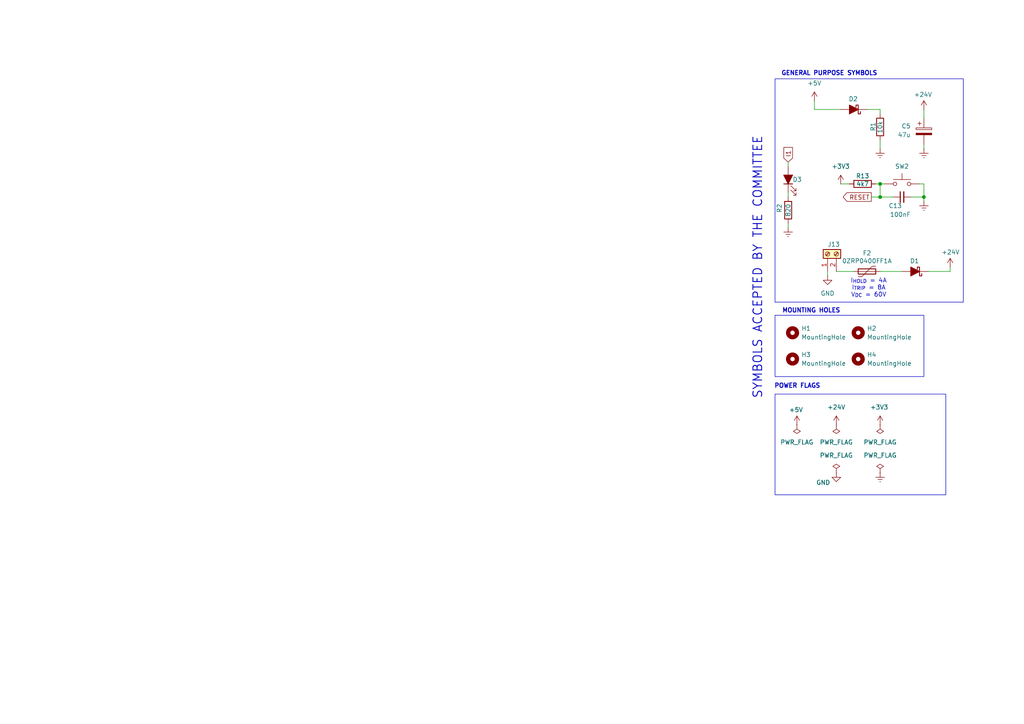
<source format=kicad_sch>
(kicad_sch (version 20250114) (generator "eeschema") (generator_version "9.0")
  (paper "A4")
  (lib_symbols
    (symbol "Connector:Screw_Terminal_01x02" (pin_names (offset 1.016) (hide yes))
      (property "Reference" "J" (at 0 2.54 0))
      (property "Value" "Screw_Terminal_01x02" (at 0 -5.08 0))
      (symbol "Screw_Terminal_01x02_1_1"
        (rectangle (start -1.27 1.27) (end 1.27 -3.81) (stroke (width 0.254)) (fill (type background)))
        (polyline (pts (xy -0.5334 0.3302) (xy 0.3302 -0.508)) (stroke (width 0.1524)))
        (polyline (pts (xy -0.5334 -2.2098) (xy 0.3302 -3.048)) (stroke (width 0.1524)))
        (polyline (pts (xy -0.3556 0.508) (xy 0.508 -0.3302)) (stroke (width 0.1524)))
        (polyline (pts (xy -0.3556 -2.032) (xy 0.508 -2.8702)) (stroke (width 0.1524)))
        (circle (center 0 0) (radius 0.635) (stroke (width 0.1524)))
        (circle (center 0 -2.54) (radius 0.635) (stroke (width 0.1524)))
        (pin passive line (at -5.08 0 0) (length 3.81) (name "Pin_1") (number "1"))
        (pin passive line (at -5.08 -2.54 0) (length 3.81) (name "Pin_2") (number "2"))
      )
    )
    (symbol "Device:C_Polarized" (pin_numbers (hide yes)) (pin_names (offset 0.254))
      (property "Reference" "C" (at 0.635 2.54 0))
      (property "Value" "C_Polarized" (at 0.635 -2.54 0))
      (symbol "C_Polarized_0_1"
        (rectangle (start -2.286 0.508) (end 2.286 1.016))
        (polyline (pts (xy -1.778 2.286) (xy -0.762 2.286)))
        (polyline (pts (xy -1.27 2.794) (xy -1.27 1.778)))
        (rectangle (start 2.286 -0.508) (end -2.286 -1.016) (fill (type outline)))
      )
      (symbol "C_Polarized_1_1"
        (pin passive line (at 0 3.81 270) (length 2.794) (name "~") (number "1"))
        (pin passive line (at 0 -3.81 90) (length 2.794) (name "~") (number "2"))
      )
    )
    (symbol "Device:C_Small" (pin_numbers (hide yes)) (pin_names (offset 0.254) (hide yes))
      (property "Reference" "C" (at 0.254 1.778 0))
      (property "Value" "C_Small" (at 0.254 -2.032 0))
      (symbol "C_Small_0_1"
        (polyline (pts (xy -1.524 0.508) (xy 1.524 0.508)) (stroke (width 0.3048)))
        (polyline (pts (xy -1.524 -0.508) (xy 1.524 -0.508)) (stroke (width 0.3302)))
      )
      (symbol "C_Small_1_1"
        (pin passive line (at 0 2.54 270) (length 2.032) (name "~") (number "1"))
        (pin passive line (at 0 -2.54 90) (length 2.032) (name "~") (number "2"))
      )
    )
    (symbol "Device:D_Schottky_Filled" (pin_numbers (hide yes)) (pin_names (offset 1.016) (hide yes))
      (property "Reference" "D" (at 0 2.54 0))
      (property "Value" "D_Schottky_Filled" (at 0 -2.54 0))
      (symbol "D_Schottky_Filled_0_1"
        (polyline (pts (xy -1.905 0.635) (xy -1.905 1.27) (xy -1.27 1.27) (xy -1.27 -1.27) (xy -0.635 -1.27) (xy -0.635 -0.635)) (stroke (width 0.254)))
        (polyline (pts (xy 1.27 1.27) (xy 1.27 -1.27) (xy -1.27 0) (xy 1.27 1.27)) (stroke (width 0.254)) (fill (type outline)))
        (polyline (pts (xy 1.27 0) (xy -1.27 0)))
      )
      (symbol "D_Schottky_Filled_1_1"
        (pin passive line (at -3.81 0 0) (length 2.54) (name "K") (number "1"))
        (pin passive line (at 3.81 0 180) (length 2.54) (name "A") (number "2"))
      )
    )
    (symbol "Device:LED_Filled" (pin_numbers (hide yes)) (pin_names (offset 1.016) (hide yes))
      (property "Reference" "D" (at 0 2.54 0))
      (property "Value" "LED_Filled" (at 0 -2.54 0))
      (property "Sim.Pins" "1=K 2=A" (at 0 0 0))
      (symbol "LED_Filled_0_1"
        (polyline (pts (xy -3.048 -0.762) (xy -4.572 -2.286) (xy -3.81 -2.286) (xy -4.572 -2.286) (xy -4.572 -1.524)))
        (polyline (pts (xy -1.778 -0.762) (xy -3.302 -2.286) (xy -2.54 -2.286) (xy -3.302 -2.286) (xy -3.302 -1.524)))
        (polyline (pts (xy -1.27 0) (xy 1.27 0)))
        (polyline (pts (xy -1.27 -1.27) (xy -1.27 1.27)) (stroke (width 0.254)))
        (polyline (pts (xy 1.27 -1.27) (xy 1.27 1.27) (xy -1.27 0) (xy 1.27 -1.27)) (stroke (width 0.254)) (fill (type outline)))
      )
      (symbol "LED_Filled_1_1"
        (pin passive line (at -3.81 0 0) (length 2.54) (name "K") (number "1"))
        (pin passive line (at 3.81 0 180) (length 2.54) (name "A") (number "2"))
      )
    )
    (symbol "Device:Polyfuse" (pin_numbers (hide yes)) (pin_names (offset 0))
      (property "Reference" "F" (at -2.54 0 90))
      (property "Value" "Polyfuse" (at 2.54 0 90))
      (symbol "Polyfuse_0_1"
        (polyline (pts (xy -1.524 2.54) (xy -1.524 1.524) (xy 1.524 -1.524) (xy 1.524 -2.54)))
        (rectangle (start -0.762 2.54) (end 0.762 -2.54) (stroke (width 0.254)))
        (polyline (pts (xy 0 2.54) (xy 0 -2.54)))
      )
      (symbol "Polyfuse_1_1"
        (pin passive line (at 0 3.81 270) (length 1.27) (name "~") (number "1"))
        (pin passive line (at 0 -3.81 90) (length 1.27) (name "~") (number "2"))
      )
    )
    (symbol "Device:R" (pin_numbers (hide yes)) (pin_names (offset 0))
      (property "Reference" "R" (at 2.032 0 90))
      (property "Value" "R" (at 0 0 90))
      (symbol "R_0_1"
        (rectangle (start -1.016 -2.54) (end 1.016 2.54) (stroke (width 0.254)))
      )
      (symbol "R_1_1"
        (pin passive line (at 0 3.81 270) (length 1.27) (name "~") (number "1"))
        (pin passive line (at 0 -3.81 90) (length 1.27) (name "~") (number "2"))
      )
    )
    (symbol "Mechanical:MountingHole" (pin_names (offset 1.016)) (exclude_from_sim yes) (in_bom no)
      (property "Reference" "H" (at 0 5.08 0))
      (property "Value" "MountingHole" (at 0 3.175 0))
      (symbol "MountingHole_0_1"
        (circle (center 0 0) (radius 1.27) (stroke (width 1.27)))
      )
    )
    (symbol "Switch:SW_Push" (pin_numbers (hide yes)) (pin_names (offset 1.016) (hide yes))
      (property "Reference" "SW" (at 1.27 2.54 0))
      (property "Value" "SW_Push" (at 0 -1.524 0))
      (symbol "SW_Push_0_1"
        (circle (center -2.032 0) (radius 0.508))
        (polyline (pts (xy 0 1.27) (xy 0 3.048)))
        (circle (center 2.032 0) (radius 0.508))
        (polyline (pts (xy 2.54 1.27) (xy -2.54 1.27)))
        (pin passive line (at -5.08 0 0) (length 2.54) (name "1") (number "1"))
        (pin passive line (at 5.08 0 180) (length 2.54) (name "2") (number "2"))
      )
    )
    (symbol "power:+24V" (power) (pin_numbers (hide yes)) (pin_names (offset 0) (hide yes))
      (property "Value" "+24V" (at 0 3.556 0))
      (symbol "+24V_0_1"
        (polyline (pts (xy -0.762 1.27) (xy 0 2.54)))
        (polyline (pts (xy 0 2.54) (xy 0.762 1.27)))
        (polyline (pts (xy 0 0) (xy 0 2.54)))
      )
      (symbol "+24V_1_1"
        (pin power_in line (at 0 0 90) (length 0) (name "~") (number "1"))
      )
    )
    (symbol "power:+3V3" (power) (pin_numbers (hide yes)) (pin_names (offset 0) (hide yes))
      (property "Value" "+3V3" (at 0 3.556 0))
      (symbol "+3V3_0_1"
        (polyline (pts (xy -0.762 1.27) (xy 0 2.54)))
        (polyline (pts (xy 0 2.54) (xy 0.762 1.27)))
        (polyline (pts (xy 0 0) (xy 0 2.54)))
      )
      (symbol "+3V3_1_1"
        (pin power_in line (at 0 0 90) (length 0) (name "~") (number "1"))
      )
    )
    (symbol "power:+5V" (power) (pin_numbers (hide yes)) (pin_names (offset 0) (hide yes))
      (property "Value" "+5V" (at 0 3.556 0))
      (symbol "+5V_0_1"
        (polyline (pts (xy -0.762 1.27) (xy 0 2.54)))
        (polyline (pts (xy 0 2.54) (xy 0.762 1.27)))
        (polyline (pts (xy 0 0) (xy 0 2.54)))
      )
      (symbol "+5V_1_1"
        (pin power_in line (at 0 0 90) (length 0) (name "~") (number "1"))
      )
    )
    (symbol "power:Earth" (power) (pin_numbers (hide yes)) (pin_names (offset 0) (hide yes))
      (property "Value" "Earth" (at 0 -3.81 0))
      (symbol "Earth_0_1"
        (polyline (pts (xy -0.635 -1.905) (xy 0.635 -1.905)))
        (polyline (pts (xy -0.127 -2.54) (xy 0.127 -2.54)))
        (polyline (pts (xy 0 -1.27) (xy 0 0)))
        (polyline (pts (xy 1.27 -1.27) (xy -1.27 -1.27)))
      )
      (symbol "Earth_1_1"
        (pin power_in line (at 0 0 270) (length 0) (name "~") (number "1"))
      )
    )
    (symbol "power:GND" (power) (pin_numbers (hide yes)) (pin_names (offset 0) (hide yes))
      (property "Value" "GND" (at 0 -3.81 0))
      (symbol "GND_0_1"
        (polyline (pts (xy 0 0) (xy 0 -1.27) (xy 1.27 -1.27) (xy 0 -2.54) (xy -1.27 -1.27) (xy 0 -1.27)))
      )
      (symbol "GND_1_1"
        (pin power_in line (at 0 0 270) (length 0) (name "~") (number "1"))
      )
    )
    (symbol "power:PWR_FLAG" (power) (pin_numbers (hide yes)) (pin_names (offset 0) (hide yes))
      (property "Value" "PWR_FLAG" (at 0 3.81 0))
      (symbol "PWR_FLAG_0_0"
        (pin power_out line (at 0 0 90) (length 0) (name "~") (number "1"))
      )
      (symbol "PWR_FLAG_0_1"
        (polyline (pts (xy 0 0) (xy 0 1.27) (xy -1.016 1.905) (xy 0 2.54) (xy 1.016 1.905) (xy 0 1.27)))
      )
    )
  )
  (rectangle (start 224.79 22.86) (end 279.4 87.63))
  (rectangle (start 224.79 114.3) (end 274.32 143.51))
  (rectangle (start 224.79 91.44) (end 267.97 109.22))
  (text "POWER FLAGS" (at 224.536 112.776 0) (effects (font (size 1.27 1.27) (thickness 0.254) (bold yes)) (justify left bottom)))
  (text "MOUNTING HOLES" (at 226.822 90.932 0) (effects (font (size 1.27 1.27) (thickness 0.254) (bold yes)) (justify left bottom)))
  (text "SYMBOLS ACCEPTED BY THE COMMITTEE" (at 221.234 115.824 90) (effects (font (size 2.54 2.54) (thickness 0.254) (bold yes)) (justify left bottom)))
  (text "I_{HOLD} = 4A\nI_{TRIP} = 8A\nV_{DC} = 60V" (at 251.968 83.566 0) (effects (font (size 1.27 1.27))))
  (text "GENERAL PURPOSE SYMBOLS" (at 226.568 22.098 0) (effects (font (size 1.27 1.27) (thickness 0.254) (bold yes)) (justify left bottom)))
  (junction (at 255.27 53.34))
  (junction (at 255.27 57.15))
  (junction (at 267.97 57.15))
  (wire (pts (xy 267.97 57.15) (xy 267.97 53.34)))
  (wire (pts (xy 255.27 53.34) (xy 256.54 53.34)))
  (wire (pts (xy 228.6 55.88) (xy 228.6 57.15)))
  (wire (pts (xy 236.22 29.21) (xy 236.22 31.75)))
  (wire (pts (xy 255.27 57.15) (xy 259.08 57.15)))
  (wire (pts (xy 254 53.34) (xy 255.27 53.34)))
  (wire (pts (xy 267.97 31.75) (xy 267.97 34.29)))
  (wire (pts (xy 267.97 58.42) (xy 267.97 57.15)))
  (wire (pts (xy 251.46 31.75) (xy 255.27 31.75)))
  (wire (pts (xy 240.03 80.01) (xy 240.03 78.74)))
  (wire (pts (xy 243.84 53.34) (xy 246.38 53.34)))
  (wire (pts (xy 275.59 77.47) (xy 275.59 78.74)))
  (wire (pts (xy 228.6 48.26) (xy 228.6 46.99)))
  (wire (pts (xy 236.22 31.75) (xy 243.84 31.75)))
  (wire (pts (xy 242.57 78.74) (xy 247.65 78.74)))
  (wire (pts (xy 252.73 57.15) (xy 255.27 57.15)))
  (wire (pts (xy 255.27 57.15) (xy 255.27 53.34)))
  (wire (pts (xy 255.27 31.75) (xy 255.27 33.02)))
  (wire (pts (xy 228.6 64.77) (xy 228.6 66.04)))
  (wire (pts (xy 269.24 78.74) (xy 275.59 78.74)))
  (wire (pts (xy 255.27 78.74) (xy 261.62 78.74)))
  (wire (pts (xy 266.7 53.34) (xy 267.97 53.34)))
  (wire (pts (xy 264.16 57.15) (xy 267.97 57.15)))
  (wire (pts (xy 267.97 41.91) (xy 267.97 43.18)))
  (wire (pts (xy 255.27 40.64) (xy 255.27 43.18)))
  (global_label "RESET" (shape output) (at 252.73 57.15 180) (property "Intersheetrefs" "${INTERSHEET_REFS}" (effects (hide yes))))
  (global_label "I1" (shape input) (at 228.6 46.99 90) (property "Intersheetrefs" "${INTERSHEET_REFS}" (effects (hide yes))))
  (symbol (lib_id "power:GND") (at 240.03 80.01 0) (unit 1)
    (property "Reference" "#PWR060" (effects (hide yes)))
    (property "Value" "GND" (at 240.03 85.09 0))
    (property "Description" "Power symbol creates a global label with name \"GND\" , ground" (effects (hide yes)))
  )
  (symbol (lib_id "power:PWR_FLAG") (at 242.57 137.16 0) (unit 1)
    (property "Reference" "#FLG02" (effects (hide yes)))
    (property "Value" "PWR_FLAG" (at 242.57 132.08 0))
    (property "Description" "Special symbol for telling ERC where power comes from" (effects (hide yes)))
  )
  (symbol (lib_id "Device:LED_Filled") (at 228.6 52.07 90) (unit 1)
    (property "Reference" "D3" (at 229.87 52.07 90) (effects (justify right)))
    (property "Value" "LED_Filled" (effects (hide yes)))
    (property "Footprint" "LED_THT:LED_D3.0mm" (effects (hide yes)))
    (property "Description" "Light emitting diode, filled shape" (effects (hide yes)))
    (property "Sim.Pins" "1=K 2=A" (effects (hide yes)))
  )
  (symbol (lib_id "power:+24V") (at 242.57 123.19 0) (unit 1)
    (property "Reference" "#PWR0116" (effects (hide yes)))
    (property "Value" "+24V" (at 242.57 118.11 0))
    (property "Description" "Power symbol creates a global label with name \"+24V\"" (effects (hide yes)))
  )
  (symbol (lib_id "Mechanical:MountingHole") (at 248.92 104.14 0) (unit 1) (exclude_from_sim yes) (in_bom no)
    (property "Reference" "H4" (at 251.46 102.8699 0) (effects (justify left)))
    (property "Value" "MountingHole" (at 251.46 105.4099 0) (effects (justify left)))
    (property "Footprint" "MountingHole:MountingHole_3.2mm_M3_ISO7380" (effects (hide yes)))
    (property "Description" "Mounting Hole without connection" (effects (hide yes)))
  )
  (symbol (lib_id "Device:R") (at 228.6 60.96 180) (unit 1)
    (property "Reference" "R2" (at 226.06 59.055 90) (effects (justify left)))
    (property "Value" "820" (at 228.6 59.055 90) (effects (justify left)))
    (property "Footprint" "Resistor_SMD:R_0603_1608Metric" (effects (hide yes)))
    (property "Description" "Resistor" (effects (hide yes)))
  )
  (symbol (lib_id "power:Earth") (at 228.6 66.04 0) (unit 1)
    (property "Reference" "#PWR04" (effects (hide yes)))
    (property "Value" "Earth" (effects (hide yes)))
    (property "Description" "Power symbol creates a global label with name \"Earth\"" (effects (hide yes)))
  )
  (symbol (lib_id "power:+5V") (at 231.14 123.19 0) (unit 1)
    (property "Reference" "#PWR0120" (effects (hide yes)))
    (property "Value" "+5V" (at 230.886 118.872 0))
    (property "Description" "Power symbol creates a global label with name \"+5V\"" (effects (hide yes)))
  )
  (symbol (lib_id "power:+24V") (at 275.59 77.47 0) (unit 1)
    (property "Reference" "#PWR057" (effects (hide yes)))
    (property "Value" "+24V" (at 273.05 73.152 0) (effects (justify left)))
    (property "Description" "Power symbol creates a global label with name \"+24V\"" (effects (hide yes)))
  )
  (symbol (lib_id "power:PWR_FLAG") (at 231.14 123.19 180) (unit 1)
    (property "Reference" "#FLG07" (effects (hide yes)))
    (property "Value" "PWR_FLAG" (at 231.14 128.27 0))
    (property "Description" "Special symbol for telling ERC where power comes from" (effects (hide yes)))
  )
  (symbol (lib_id "Device:D_Schottky_Filled") (at 247.65 31.75 180) (unit 1)
    (property "Reference" "D2" (at 246.126 28.702 0) (effects (justify right)))
    (property "Value" "SDT5A50SA" (effects (hide yes)))
    (property "Footprint" "Diode_SMD:D_SMA" (effects (hide yes)))
    (property "Description" "Schottky diode, filled shape" (effects (hide yes)))
  )
  (symbol (lib_id "power:Earth") (at 255.27 137.16 0) (unit 1)
    (property "Reference" "#PWR0117" (effects (hide yes)))
    (property "Value" "Earth" (effects (hide yes)))
    (property "Description" "Power symbol creates a global label with name \"Earth\"" (effects (hide yes)))
  )
  (symbol (lib_id "power:+3V3") (at 255.27 123.19 0) (unit 1)
    (property "Reference" "#PWR0111" (effects (hide yes)))
    (property "Value" "+3V3" (at 255.016 118.11 0))
    (property "Description" "Power symbol creates a global label with name \"+3V3\"" (effects (hide yes)))
  )
  (symbol (lib_id "Device:C_Small") (at 261.62 57.15 90) (mirror x) (unit 1)
    (property "Reference" "C13" (at 261.62 59.69 90) (effects (justify left)))
    (property "Value" "100nF" (at 264.16 62.23 90) (effects (justify left)))
    (property "Footprint" "Capacitor_SMD:C_0603_1608Metric" (effects (hide yes)))
    (property "Description" "Unpolarized capacitor, small symbol" (effects (hide yes)))
  )
  (symbol (lib_id "Device:D_Schottky_Filled") (at 265.43 78.74 180) (unit 1)
    (property "Reference" "D1" (at 263.906 75.692 0) (effects (justify right)))
    (property "Value" "SDT5A50SA" (effects (hide yes)))
    (property "Footprint" "Diode_SMD:D_SMA" (effects (hide yes)))
    (property "Description" "Schottky diode, filled shape" (effects (hide yes)))
  )
  (symbol (lib_id "power:PWR_FLAG") (at 242.57 123.19 180) (unit 1)
    (property "Reference" "#FLG03" (effects (hide yes)))
    (property "Value" "PWR_FLAG" (at 242.57 128.27 0))
    (property "Description" "Special symbol for telling ERC where power comes from" (effects (hide yes)))
  )
  (symbol (lib_id "power:Earth") (at 267.97 58.42 0) (mirror y) (unit 1)
    (property "Reference" "#PWR098" (effects (hide yes)))
    (property "Value" "Earth" (effects (hide yes)))
    (property "Description" "Power symbol creates a global label with name \"Earth\"" (effects (hide yes)))
  )
  (symbol (lib_id "power:PWR_FLAG") (at 255.27 137.16 0) (unit 1)
    (property "Reference" "#FLG01" (effects (hide yes)))
    (property "Value" "PWR_FLAG" (at 255.27 132.08 0))
    (property "Description" "Special symbol for telling ERC where power comes from" (effects (hide yes)))
  )
  (symbol (lib_id "Mechanical:MountingHole") (at 229.87 104.14 0) (unit 1) (exclude_from_sim yes) (in_bom no)
    (property "Reference" "H3" (at 232.41 102.8699 0) (effects (justify left)))
    (property "Value" "MountingHole" (at 232.41 105.4099 0) (effects (justify left)))
    (property "Footprint" "MountingHole:MountingHole_3.2mm_M3_ISO7380" (effects (hide yes)))
    (property "Description" "Mounting Hole without connection" (effects (hide yes)))
  )
  (symbol (lib_id "power:+24V") (at 267.97 31.75 0) (unit 1)
    (property "Reference" "#PWR058" (effects (hide yes)))
    (property "Value" "+24V" (at 267.716 27.432 0))
    (property "Description" "Power symbol creates a global label with name \"+24V\"" (effects (hide yes)))
  )
  (symbol (lib_id "Device:C_Polarized") (at 267.97 38.1 0) (unit 1)
    (property "Reference" "C5" (at 264.16 36.576 0) (effects (justify right)))
    (property "Value" "47u" (at 264.16 39.116 0) (effects (justify right)))
    (property "Footprint" "Capacitor_SMD:CP_Elec_6.3x5.2" (effects (hide yes)))
    (property "Description" "Polarized capacitor" (effects (hide yes)))
  )
  (symbol (lib_id "power:+3V3") (at 243.84 53.34 0) (unit 1)
    (property "Reference" "#PWR097" (effects (hide yes)))
    (property "Value" "+3V3" (at 243.84 48.26 0))
    (property "Description" "Power symbol creates a global label with name \"+3V3\"" (effects (hide yes)))
  )
  (symbol (lib_id "power:Earth") (at 255.27 43.18 0) (unit 1)
    (property "Reference" "#PWR03" (effects (hide yes)))
    (property "Value" "Earth" (effects (hide yes)))
    (property "Description" "Power symbol creates a global label with name \"Earth\"" (effects (hide yes)))
  )
  (symbol (lib_id "Mechanical:MountingHole") (at 229.87 96.52 0) (unit 1) (exclude_from_sim yes) (in_bom no)
    (property "Reference" "H1" (at 232.41 95.2499 0) (effects (justify left)))
    (property "Value" "MountingHole" (at 232.41 97.7899 0) (effects (justify left)))
    (property "Footprint" "MountingHole:MountingHole_3.2mm_M3_ISO7380" (effects (hide yes)))
    (property "Description" "Mounting Hole without connection" (effects (hide yes)))
  )
  (symbol (lib_id "power:Earth") (at 267.97 43.18 0) (mirror y) (unit 1)
    (property "Reference" "#PWR01" (effects (hide yes)))
    (property "Value" "Earth" (effects (hide yes)))
    (property "Description" "Power symbol creates a global label with name \"Earth\"" (effects (hide yes)))
  )
  (symbol (lib_id "power:+5V") (at 236.22 29.21 0) (unit 1)
    (property "Reference" "#PWR02" (effects (hide yes)))
    (property "Value" "+5V" (at 236.22 24.13 0))
    (property "Description" "Power symbol creates a global label with name \"+5V\"" (effects (hide yes)))
  )
  (symbol (lib_id "power:GND") (at 242.57 137.16 0) (unit 1)
    (property "Reference" "#PWR0113" (effects (hide yes)))
    (property "Value" "GND" (at 238.76 139.954 0))
    (property "Description" "Power symbol creates a global label with name \"GND\" , ground" (effects (hide yes)))
  )
  (symbol (lib_id "power:PWR_FLAG") (at 255.27 123.19 180) (unit 1)
    (property "Reference" "#FLG04" (effects (hide yes)))
    (property "Value" "PWR_FLAG" (at 255.27 128.27 0))
    (property "Description" "Special symbol for telling ERC where power comes from" (effects (hide yes)))
  )
  (symbol (lib_id "Mechanical:MountingHole") (at 248.92 96.52 0) (unit 1) (exclude_from_sim yes) (in_bom no)
    (property "Reference" "H2" (at 251.46 95.2499 0) (effects (justify left)))
    (property "Value" "MountingHole" (at 251.46 97.7899 0) (effects (justify left)))
    (property "Footprint" "MountingHole:MountingHole_3.2mm_M3_ISO7380" (effects (hide yes)))
    (property "Description" "Mounting Hole without connection" (effects (hide yes)))
  )
  (symbol (lib_id "Device:R") (at 250.19 53.34 270) (unit 1)
    (property "Reference" "R13" (at 250.19 51.054 90))
    (property "Value" "4k7" (at 250.19 53.34 90))
    (property "Footprint" "Resistor_SMD:R_0603_1608Metric" (effects (hide yes)))
    (property "Description" "Resistor" (effects (hide yes)))
  )
  (symbol (lib_id "Switch:SW_Push") (at 261.62 53.34 0) (unit 1)
    (property "Reference" "SW2" (at 261.62 48.26 0))
    (property "Value" "SW_Push" (effects (hide yes)))
    (property "Footprint" "Button_Switch_THT:SW_PUSH_6mm_H5mm" (effects (hide yes)))
    (property "Description" "Push button switch, generic, two pins" (effects (hide yes)))
  )
  (symbol (lib_id "Device:R") (at 255.27 36.83 0) (unit 1)
    (property "Reference" "R1" (at 253.238 38.1 90) (effects (justify left)))
    (property "Value" "10k" (at 255.27 38.735 90) (effects (justify left)))
    (property "Footprint" "Resistor_SMD:R_0603_1608Metric" (effects (hide yes)))
    (property "Description" "Resistor" (effects (hide yes)))
  )
  (symbol (lib_id "Connector:Screw_Terminal_01x02") (at 240.03 73.66 90) (unit 1)
    (property "Reference" "J13" (at 240.03 70.866 90) (effects (justify right)))
    (property "Value" "Screw_Terminal_01x02" (effects (hide yes)))
    (property "Footprint" "TerminalBlock_Altech:Altech_AK100_1x02_P5.00mm" (effects (hide yes)))
    (property "Description" "Generic screw terminal, single row, 01x02, script generated (kicad-library-utils/schlib/autogen/connector/)" (effects (hide yes)))
  )
  (symbol (lib_id "Device:Polyfuse") (at 251.46 78.74 90) (unit 1)
    (property "Reference" "F2" (at 251.46 73.406 90))
    (property "Value" "0ZRP0400FF1A" (at 251.46 75.692 90))
    (property "Footprint" "Fuse:Fuse_BelFuse_0ZRE0125FF_L21.2mm_W5.3mm" (effects (hide yes)))
    (property "Description" "Resettable fuse, polymeric positive temperature coefficient" (effects (hide yes)))
  )
)
</source>
